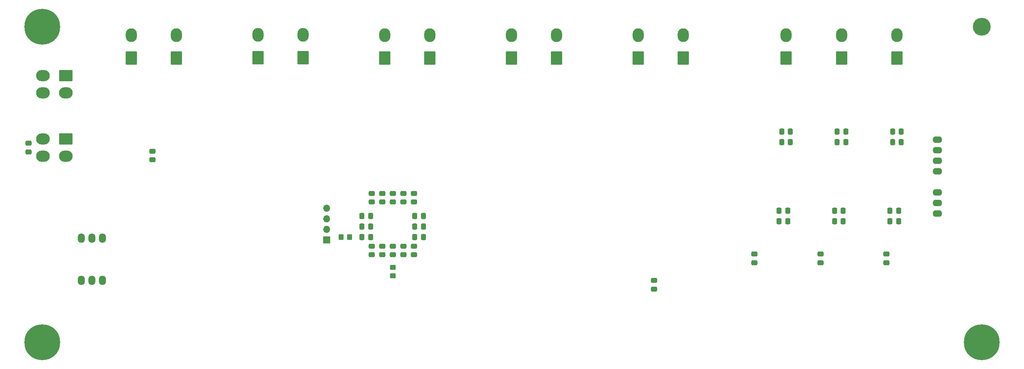
<source format=gbs>
%TF.GenerationSoftware,KiCad,Pcbnew,8.0.4*%
%TF.CreationDate,2025-03-26T21:29:21+03:00*%
%TF.ProjectId,PDU_Control_Board,5044555f-436f-46e7-9472-6f6c5f426f61,rev?*%
%TF.SameCoordinates,Original*%
%TF.FileFunction,Soldermask,Bot*%
%TF.FilePolarity,Negative*%
%FSLAX46Y46*%
G04 Gerber Fmt 4.6, Leading zero omitted, Abs format (unit mm)*
G04 Created by KiCad (PCBNEW 8.0.4) date 2025-03-26 21:29:21*
%MOMM*%
%LPD*%
G01*
G04 APERTURE LIST*
G04 Aperture macros list*
%AMRoundRect*
0 Rectangle with rounded corners*
0 $1 Rounding radius*
0 $2 $3 $4 $5 $6 $7 $8 $9 X,Y pos of 4 corners*
0 Add a 4 corners polygon primitive as box body*
4,1,4,$2,$3,$4,$5,$6,$7,$8,$9,$2,$3,0*
0 Add four circle primitives for the rounded corners*
1,1,$1+$1,$2,$3*
1,1,$1+$1,$4,$5*
1,1,$1+$1,$6,$7*
1,1,$1+$1,$8,$9*
0 Add four rect primitives between the rounded corners*
20,1,$1+$1,$2,$3,$4,$5,0*
20,1,$1+$1,$4,$5,$6,$7,0*
20,1,$1+$1,$6,$7,$8,$9,0*
20,1,$1+$1,$8,$9,$2,$3,0*%
G04 Aperture macros list end*
%ADD10RoundRect,0.250001X1.099999X1.399999X-1.099999X1.399999X-1.099999X-1.399999X1.099999X-1.399999X0*%
%ADD11O,2.700000X3.300000*%
%ADD12RoundRect,0.250001X-1.399999X1.099999X-1.399999X-1.099999X1.399999X-1.099999X1.399999X1.099999X0*%
%ADD13O,3.300000X2.700000*%
%ADD14C,0.900000*%
%ADD15C,8.600000*%
%ADD16C,4.300000*%
%ADD17O,1.700000X2.300000*%
%ADD18R,1.700000X1.700000*%
%ADD19O,1.700000X1.700000*%
%ADD20O,2.300000X1.600000*%
%ADD21RoundRect,0.250000X0.337500X0.475000X-0.337500X0.475000X-0.337500X-0.475000X0.337500X-0.475000X0*%
%ADD22RoundRect,0.250000X-0.337500X-0.475000X0.337500X-0.475000X0.337500X0.475000X-0.337500X0.475000X0*%
%ADD23RoundRect,0.250000X0.475000X-0.337500X0.475000X0.337500X-0.475000X0.337500X-0.475000X-0.337500X0*%
%ADD24RoundRect,0.250000X-0.475000X0.337500X-0.475000X-0.337500X0.475000X-0.337500X0.475000X0.337500X0*%
%ADD25RoundRect,0.250000X-0.350000X-0.450000X0.350000X-0.450000X0.350000X0.450000X-0.350000X0.450000X0*%
%ADD26RoundRect,0.250000X0.450000X-0.350000X0.450000X0.350000X-0.450000X0.350000X-0.450000X-0.350000X0*%
G04 APERTURE END LIST*
D10*
%TO.C,J5*%
X349885000Y-175335000D03*
D11*
X349885000Y-169835000D03*
%TD*%
D10*
%TO.C,J7*%
X258445000Y-175335000D03*
D11*
X258445000Y-169835000D03*
%TD*%
D12*
%TO.C,J1*%
X231850000Y-194750000D03*
D13*
X231850000Y-198950000D03*
X226350000Y-194750000D03*
X226350000Y-198950000D03*
%TD*%
D10*
%TO.C,J12*%
X247650000Y-175335000D03*
D11*
X247650000Y-169835000D03*
%TD*%
D14*
%TO.C,H1*%
X452217000Y-240515000D03*
X454497419Y-241459581D03*
X449936581Y-241459581D03*
X455442000Y-243740000D03*
D15*
X452217000Y-243740000D03*
D14*
X448992000Y-243740000D03*
X454497419Y-246020419D03*
X449936581Y-246020419D03*
X452217000Y-246965000D03*
%TD*%
D10*
%TO.C,J8*%
X278130000Y-175260000D03*
D11*
X278130000Y-169760000D03*
%TD*%
D16*
%TO.C,H4*%
X452217000Y-167740000D03*
%TD*%
D14*
%TO.C,H2*%
X226217000Y-164515000D03*
X228497419Y-165459581D03*
X223936581Y-165459581D03*
X229442000Y-167740000D03*
D15*
X226217000Y-167740000D03*
D14*
X222992000Y-167740000D03*
X228497419Y-170020419D03*
X223936581Y-170020419D03*
X226217000Y-170965000D03*
%TD*%
D10*
%TO.C,J20*%
X405130000Y-175335000D03*
D11*
X405130000Y-169835000D03*
%TD*%
D17*
%TO.C,D16*%
X235585000Y-218630000D03*
X238125000Y-218630000D03*
X240665000Y-218630000D03*
%TD*%
D10*
%TO.C,J10*%
X339090000Y-175335000D03*
D11*
X339090000Y-169835000D03*
%TD*%
D10*
%TO.C,J4*%
X288925000Y-175260000D03*
D11*
X288925000Y-169760000D03*
%TD*%
D10*
%TO.C,J22*%
X431800000Y-175335000D03*
D11*
X431800000Y-169835000D03*
%TD*%
D10*
%TO.C,J2*%
X319405000Y-175335000D03*
D11*
X319405000Y-169835000D03*
%TD*%
D14*
%TO.C,H3*%
X226217000Y-240515000D03*
X228497419Y-241459581D03*
X223936581Y-241459581D03*
X229442000Y-243740000D03*
D15*
X226217000Y-243740000D03*
D14*
X222992000Y-243740000D03*
X228497419Y-246020419D03*
X223936581Y-246020419D03*
X226217000Y-246965000D03*
%TD*%
D18*
%TO.C,J3*%
X294640000Y-219065000D03*
D19*
X294640000Y-216525000D03*
X294640000Y-213985000D03*
X294640000Y-211445000D03*
%TD*%
D10*
%TO.C,J11*%
X369570000Y-175335000D03*
D11*
X369570000Y-169835000D03*
%TD*%
D12*
%TO.C,J13*%
X231850000Y-179510000D03*
D13*
X231850000Y-183710000D03*
X226350000Y-179510000D03*
X226350000Y-183710000D03*
%TD*%
D20*
%TO.C,D37*%
X441535000Y-212725000D03*
X441535000Y-210185000D03*
X441535000Y-207645000D03*
X441535000Y-202565000D03*
X441535000Y-200025000D03*
X441535000Y-197485000D03*
X441535000Y-194945000D03*
%TD*%
D10*
%TO.C,J6*%
X380365000Y-175335000D03*
D11*
X380365000Y-169835000D03*
%TD*%
D10*
%TO.C,J21*%
X418465000Y-175335000D03*
D11*
X418465000Y-169835000D03*
%TD*%
D10*
%TO.C,J9*%
X308610000Y-175335000D03*
D11*
X308610000Y-169835000D03*
%TD*%
D17*
%TO.C,D41*%
X235585000Y-228790000D03*
X238125000Y-228790000D03*
X240665000Y-228790000D03*
%TD*%
D21*
%TO.C,C47*%
X406167500Y-195580000D03*
X404092500Y-195580000D03*
%TD*%
%TO.C,C56*%
X418867500Y-212090000D03*
X416792500Y-212090000D03*
%TD*%
D22*
%TO.C,C55*%
X416792500Y-214630000D03*
X418867500Y-214630000D03*
%TD*%
%TO.C,C60*%
X430127500Y-214630000D03*
X432202500Y-214630000D03*
%TD*%
D23*
%TO.C,C36*%
X429260000Y-224557500D03*
X429260000Y-222482500D03*
%TD*%
D22*
%TO.C,C6*%
X303127500Y-218440000D03*
X305202500Y-218440000D03*
%TD*%
D23*
%TO.C,C21*%
X373380000Y-230907500D03*
X373380000Y-228832500D03*
%TD*%
D24*
%TO.C,C15*%
X307975000Y-207877500D03*
X307975000Y-209952500D03*
%TD*%
D22*
%TO.C,C1*%
X303127500Y-213360000D03*
X305202500Y-213360000D03*
%TD*%
D21*
%TO.C,C12*%
X317902500Y-218440000D03*
X315827500Y-218440000D03*
%TD*%
D22*
%TO.C,C73*%
X303127500Y-215900000D03*
X305202500Y-215900000D03*
%TD*%
D21*
%TO.C,C51*%
X405532500Y-212090000D03*
X403457500Y-212090000D03*
%TD*%
D23*
%TO.C,C5*%
X305435000Y-222652500D03*
X305435000Y-220577500D03*
%TD*%
%TO.C,C2*%
X315595000Y-222652500D03*
X315595000Y-220577500D03*
%TD*%
D21*
%TO.C,C61*%
X432202500Y-212090000D03*
X430127500Y-212090000D03*
%TD*%
D23*
%TO.C,C72*%
X310515000Y-222652500D03*
X310515000Y-220577500D03*
%TD*%
D21*
%TO.C,C74*%
X317902500Y-213360000D03*
X315827500Y-213360000D03*
%TD*%
D23*
%TO.C,C11*%
X307975000Y-222652500D03*
X307975000Y-220577500D03*
%TD*%
D24*
%TO.C,C68*%
X222885000Y-195812500D03*
X222885000Y-197887500D03*
%TD*%
D22*
%TO.C,C53*%
X417427500Y-193040000D03*
X419502500Y-193040000D03*
%TD*%
%TO.C,C48*%
X404092500Y-193040000D03*
X406167500Y-193040000D03*
%TD*%
D21*
%TO.C,C54*%
X419502500Y-195580000D03*
X417427500Y-195580000D03*
%TD*%
D22*
%TO.C,C50*%
X403457500Y-214630000D03*
X405532500Y-214630000D03*
%TD*%
%TO.C,C58*%
X430762500Y-193040000D03*
X432837500Y-193040000D03*
%TD*%
D23*
%TO.C,C22*%
X397510000Y-224557500D03*
X397510000Y-222482500D03*
%TD*%
%TO.C,C10*%
X313055000Y-222652500D03*
X313055000Y-220577500D03*
%TD*%
D24*
%TO.C,C14*%
X315595000Y-207877500D03*
X315595000Y-209952500D03*
%TD*%
D21*
%TO.C,C59*%
X432837500Y-195580000D03*
X430762500Y-195580000D03*
%TD*%
D24*
%TO.C,C75*%
X310515000Y-207877500D03*
X310515000Y-209952500D03*
%TD*%
%TO.C,C4*%
X305435000Y-207877500D03*
X305435000Y-209952500D03*
%TD*%
%TO.C,C44*%
X252730000Y-197717500D03*
X252730000Y-199792500D03*
%TD*%
%TO.C,C7*%
X313055000Y-207877500D03*
X313055000Y-209952500D03*
%TD*%
D23*
%TO.C,C31*%
X413385000Y-224557500D03*
X413385000Y-222482500D03*
%TD*%
D25*
%TO.C,R2*%
X298085000Y-218440000D03*
X300085000Y-218440000D03*
%TD*%
D21*
%TO.C,C3*%
X317902500Y-215900000D03*
X315827500Y-215900000D03*
%TD*%
D26*
%TO.C,R3*%
X310515000Y-227695000D03*
X310515000Y-225695000D03*
%TD*%
M02*

</source>
